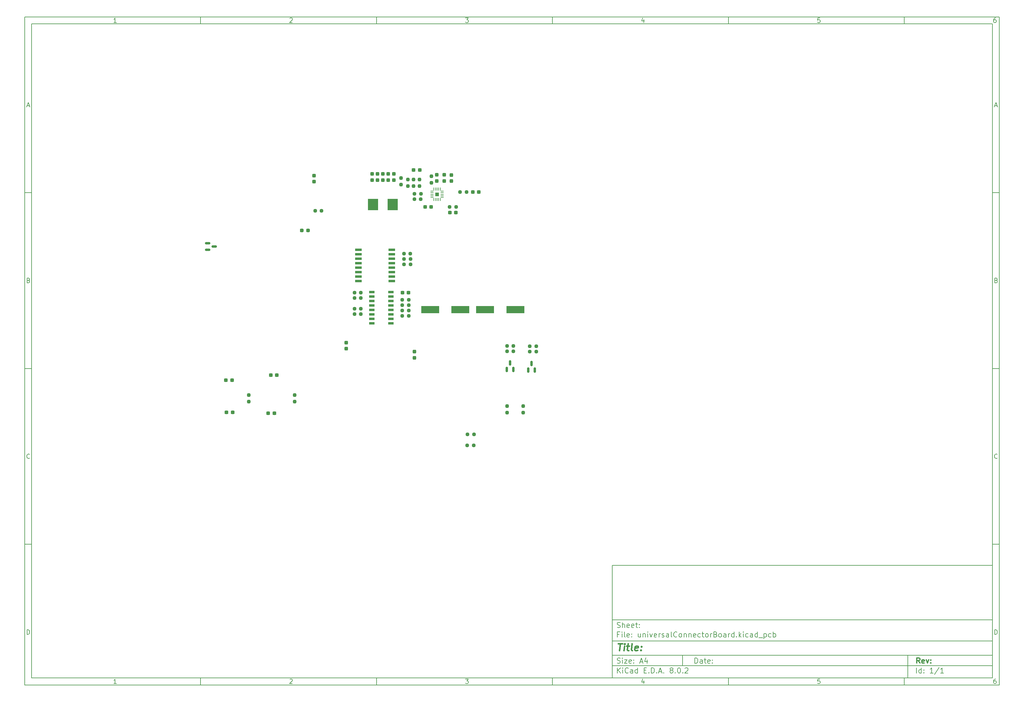
<source format=gtp>
G04 #@! TF.GenerationSoftware,KiCad,Pcbnew,8.0.2*
G04 #@! TF.CreationDate,2024-05-26T03:41:07+02:00*
G04 #@! TF.ProjectId,universalConnectorBoard,756e6976-6572-4736-916c-436f6e6e6563,rev?*
G04 #@! TF.SameCoordinates,Original*
G04 #@! TF.FileFunction,Paste,Top*
G04 #@! TF.FilePolarity,Positive*
%FSLAX46Y46*%
G04 Gerber Fmt 4.6, Leading zero omitted, Abs format (unit mm)*
G04 Created by KiCad (PCBNEW 8.0.2) date 2024-05-26 03:41:07*
%MOMM*%
%LPD*%
G01*
G04 APERTURE LIST*
G04 Aperture macros list*
%AMRoundRect*
0 Rectangle with rounded corners*
0 $1 Rounding radius*
0 $2 $3 $4 $5 $6 $7 $8 $9 X,Y pos of 4 corners*
0 Add a 4 corners polygon primitive as box body*
4,1,4,$2,$3,$4,$5,$6,$7,$8,$9,$2,$3,0*
0 Add four circle primitives for the rounded corners*
1,1,$1+$1,$2,$3*
1,1,$1+$1,$4,$5*
1,1,$1+$1,$6,$7*
1,1,$1+$1,$8,$9*
0 Add four rect primitives between the rounded corners*
20,1,$1+$1,$2,$3,$4,$5,0*
20,1,$1+$1,$4,$5,$6,$7,0*
20,1,$1+$1,$6,$7,$8,$9,0*
20,1,$1+$1,$8,$9,$2,$3,0*%
G04 Aperture macros list end*
%ADD10C,0.100000*%
%ADD11C,0.150000*%
%ADD12C,0.300000*%
%ADD13C,0.400000*%
%ADD14R,2.900000X3.200000*%
%ADD15RoundRect,0.237500X-0.237500X0.300000X-0.237500X-0.300000X0.237500X-0.300000X0.237500X0.300000X0*%
%ADD16RoundRect,0.237500X0.237500X-0.300000X0.237500X0.300000X-0.237500X0.300000X-0.237500X-0.300000X0*%
%ADD17RoundRect,0.237500X0.237500X-0.250000X0.237500X0.250000X-0.237500X0.250000X-0.237500X-0.250000X0*%
%ADD18RoundRect,0.237500X-0.250000X-0.237500X0.250000X-0.237500X0.250000X0.237500X-0.250000X0.237500X0*%
%ADD19R,5.100000X2.150000*%
%ADD20RoundRect,0.237500X0.300000X0.237500X-0.300000X0.237500X-0.300000X-0.237500X0.300000X-0.237500X0*%
%ADD21RoundRect,0.237500X0.250000X0.237500X-0.250000X0.237500X-0.250000X-0.237500X0.250000X-0.237500X0*%
%ADD22RoundRect,0.237500X-0.300000X-0.237500X0.300000X-0.237500X0.300000X0.237500X-0.300000X0.237500X0*%
%ADD23R,1.525000X0.650000*%
%ADD24RoundRect,0.237500X-0.287500X-0.237500X0.287500X-0.237500X0.287500X0.237500X-0.287500X0.237500X0*%
%ADD25RoundRect,0.237500X-0.237500X0.250000X-0.237500X-0.250000X0.237500X-0.250000X0.237500X0.250000X0*%
%ADD26RoundRect,0.150000X0.150000X-0.587500X0.150000X0.587500X-0.150000X0.587500X-0.150000X-0.587500X0*%
%ADD27RoundRect,0.150000X-0.587500X-0.150000X0.587500X-0.150000X0.587500X0.150000X-0.587500X0.150000X0*%
%ADD28R,1.950000X0.650000*%
%ADD29R,0.850000X0.250000*%
%ADD30R,0.250000X0.850000*%
%ADD31R,1.026000X1.075000*%
G04 APERTURE END LIST*
D10*
D11*
X177002200Y-166007200D02*
X285002200Y-166007200D01*
X285002200Y-198007200D01*
X177002200Y-198007200D01*
X177002200Y-166007200D01*
D10*
D11*
X10000000Y-10000000D02*
X287002200Y-10000000D01*
X287002200Y-200007200D01*
X10000000Y-200007200D01*
X10000000Y-10000000D01*
D10*
D11*
X12000000Y-12000000D02*
X285002200Y-12000000D01*
X285002200Y-198007200D01*
X12000000Y-198007200D01*
X12000000Y-12000000D01*
D10*
D11*
X60000000Y-12000000D02*
X60000000Y-10000000D01*
D10*
D11*
X110000000Y-12000000D02*
X110000000Y-10000000D01*
D10*
D11*
X160000000Y-12000000D02*
X160000000Y-10000000D01*
D10*
D11*
X210000000Y-12000000D02*
X210000000Y-10000000D01*
D10*
D11*
X260000000Y-12000000D02*
X260000000Y-10000000D01*
D10*
D11*
X36089160Y-11593604D02*
X35346303Y-11593604D01*
X35717731Y-11593604D02*
X35717731Y-10293604D01*
X35717731Y-10293604D02*
X35593922Y-10479319D01*
X35593922Y-10479319D02*
X35470112Y-10603128D01*
X35470112Y-10603128D02*
X35346303Y-10665033D01*
D10*
D11*
X85346303Y-10417414D02*
X85408207Y-10355509D01*
X85408207Y-10355509D02*
X85532017Y-10293604D01*
X85532017Y-10293604D02*
X85841541Y-10293604D01*
X85841541Y-10293604D02*
X85965350Y-10355509D01*
X85965350Y-10355509D02*
X86027255Y-10417414D01*
X86027255Y-10417414D02*
X86089160Y-10541223D01*
X86089160Y-10541223D02*
X86089160Y-10665033D01*
X86089160Y-10665033D02*
X86027255Y-10850747D01*
X86027255Y-10850747D02*
X85284398Y-11593604D01*
X85284398Y-11593604D02*
X86089160Y-11593604D01*
D10*
D11*
X135284398Y-10293604D02*
X136089160Y-10293604D01*
X136089160Y-10293604D02*
X135655826Y-10788842D01*
X135655826Y-10788842D02*
X135841541Y-10788842D01*
X135841541Y-10788842D02*
X135965350Y-10850747D01*
X135965350Y-10850747D02*
X136027255Y-10912652D01*
X136027255Y-10912652D02*
X136089160Y-11036461D01*
X136089160Y-11036461D02*
X136089160Y-11345985D01*
X136089160Y-11345985D02*
X136027255Y-11469795D01*
X136027255Y-11469795D02*
X135965350Y-11531700D01*
X135965350Y-11531700D02*
X135841541Y-11593604D01*
X135841541Y-11593604D02*
X135470112Y-11593604D01*
X135470112Y-11593604D02*
X135346303Y-11531700D01*
X135346303Y-11531700D02*
X135284398Y-11469795D01*
D10*
D11*
X185965350Y-10726938D02*
X185965350Y-11593604D01*
X185655826Y-10231700D02*
X185346303Y-11160271D01*
X185346303Y-11160271D02*
X186151064Y-11160271D01*
D10*
D11*
X236027255Y-10293604D02*
X235408207Y-10293604D01*
X235408207Y-10293604D02*
X235346303Y-10912652D01*
X235346303Y-10912652D02*
X235408207Y-10850747D01*
X235408207Y-10850747D02*
X235532017Y-10788842D01*
X235532017Y-10788842D02*
X235841541Y-10788842D01*
X235841541Y-10788842D02*
X235965350Y-10850747D01*
X235965350Y-10850747D02*
X236027255Y-10912652D01*
X236027255Y-10912652D02*
X236089160Y-11036461D01*
X236089160Y-11036461D02*
X236089160Y-11345985D01*
X236089160Y-11345985D02*
X236027255Y-11469795D01*
X236027255Y-11469795D02*
X235965350Y-11531700D01*
X235965350Y-11531700D02*
X235841541Y-11593604D01*
X235841541Y-11593604D02*
X235532017Y-11593604D01*
X235532017Y-11593604D02*
X235408207Y-11531700D01*
X235408207Y-11531700D02*
X235346303Y-11469795D01*
D10*
D11*
X285965350Y-10293604D02*
X285717731Y-10293604D01*
X285717731Y-10293604D02*
X285593922Y-10355509D01*
X285593922Y-10355509D02*
X285532017Y-10417414D01*
X285532017Y-10417414D02*
X285408207Y-10603128D01*
X285408207Y-10603128D02*
X285346303Y-10850747D01*
X285346303Y-10850747D02*
X285346303Y-11345985D01*
X285346303Y-11345985D02*
X285408207Y-11469795D01*
X285408207Y-11469795D02*
X285470112Y-11531700D01*
X285470112Y-11531700D02*
X285593922Y-11593604D01*
X285593922Y-11593604D02*
X285841541Y-11593604D01*
X285841541Y-11593604D02*
X285965350Y-11531700D01*
X285965350Y-11531700D02*
X286027255Y-11469795D01*
X286027255Y-11469795D02*
X286089160Y-11345985D01*
X286089160Y-11345985D02*
X286089160Y-11036461D01*
X286089160Y-11036461D02*
X286027255Y-10912652D01*
X286027255Y-10912652D02*
X285965350Y-10850747D01*
X285965350Y-10850747D02*
X285841541Y-10788842D01*
X285841541Y-10788842D02*
X285593922Y-10788842D01*
X285593922Y-10788842D02*
X285470112Y-10850747D01*
X285470112Y-10850747D02*
X285408207Y-10912652D01*
X285408207Y-10912652D02*
X285346303Y-11036461D01*
D10*
D11*
X60000000Y-198007200D02*
X60000000Y-200007200D01*
D10*
D11*
X110000000Y-198007200D02*
X110000000Y-200007200D01*
D10*
D11*
X160000000Y-198007200D02*
X160000000Y-200007200D01*
D10*
D11*
X210000000Y-198007200D02*
X210000000Y-200007200D01*
D10*
D11*
X260000000Y-198007200D02*
X260000000Y-200007200D01*
D10*
D11*
X36089160Y-199600804D02*
X35346303Y-199600804D01*
X35717731Y-199600804D02*
X35717731Y-198300804D01*
X35717731Y-198300804D02*
X35593922Y-198486519D01*
X35593922Y-198486519D02*
X35470112Y-198610328D01*
X35470112Y-198610328D02*
X35346303Y-198672233D01*
D10*
D11*
X85346303Y-198424614D02*
X85408207Y-198362709D01*
X85408207Y-198362709D02*
X85532017Y-198300804D01*
X85532017Y-198300804D02*
X85841541Y-198300804D01*
X85841541Y-198300804D02*
X85965350Y-198362709D01*
X85965350Y-198362709D02*
X86027255Y-198424614D01*
X86027255Y-198424614D02*
X86089160Y-198548423D01*
X86089160Y-198548423D02*
X86089160Y-198672233D01*
X86089160Y-198672233D02*
X86027255Y-198857947D01*
X86027255Y-198857947D02*
X85284398Y-199600804D01*
X85284398Y-199600804D02*
X86089160Y-199600804D01*
D10*
D11*
X135284398Y-198300804D02*
X136089160Y-198300804D01*
X136089160Y-198300804D02*
X135655826Y-198796042D01*
X135655826Y-198796042D02*
X135841541Y-198796042D01*
X135841541Y-198796042D02*
X135965350Y-198857947D01*
X135965350Y-198857947D02*
X136027255Y-198919852D01*
X136027255Y-198919852D02*
X136089160Y-199043661D01*
X136089160Y-199043661D02*
X136089160Y-199353185D01*
X136089160Y-199353185D02*
X136027255Y-199476995D01*
X136027255Y-199476995D02*
X135965350Y-199538900D01*
X135965350Y-199538900D02*
X135841541Y-199600804D01*
X135841541Y-199600804D02*
X135470112Y-199600804D01*
X135470112Y-199600804D02*
X135346303Y-199538900D01*
X135346303Y-199538900D02*
X135284398Y-199476995D01*
D10*
D11*
X185965350Y-198734138D02*
X185965350Y-199600804D01*
X185655826Y-198238900D02*
X185346303Y-199167471D01*
X185346303Y-199167471D02*
X186151064Y-199167471D01*
D10*
D11*
X236027255Y-198300804D02*
X235408207Y-198300804D01*
X235408207Y-198300804D02*
X235346303Y-198919852D01*
X235346303Y-198919852D02*
X235408207Y-198857947D01*
X235408207Y-198857947D02*
X235532017Y-198796042D01*
X235532017Y-198796042D02*
X235841541Y-198796042D01*
X235841541Y-198796042D02*
X235965350Y-198857947D01*
X235965350Y-198857947D02*
X236027255Y-198919852D01*
X236027255Y-198919852D02*
X236089160Y-199043661D01*
X236089160Y-199043661D02*
X236089160Y-199353185D01*
X236089160Y-199353185D02*
X236027255Y-199476995D01*
X236027255Y-199476995D02*
X235965350Y-199538900D01*
X235965350Y-199538900D02*
X235841541Y-199600804D01*
X235841541Y-199600804D02*
X235532017Y-199600804D01*
X235532017Y-199600804D02*
X235408207Y-199538900D01*
X235408207Y-199538900D02*
X235346303Y-199476995D01*
D10*
D11*
X285965350Y-198300804D02*
X285717731Y-198300804D01*
X285717731Y-198300804D02*
X285593922Y-198362709D01*
X285593922Y-198362709D02*
X285532017Y-198424614D01*
X285532017Y-198424614D02*
X285408207Y-198610328D01*
X285408207Y-198610328D02*
X285346303Y-198857947D01*
X285346303Y-198857947D02*
X285346303Y-199353185D01*
X285346303Y-199353185D02*
X285408207Y-199476995D01*
X285408207Y-199476995D02*
X285470112Y-199538900D01*
X285470112Y-199538900D02*
X285593922Y-199600804D01*
X285593922Y-199600804D02*
X285841541Y-199600804D01*
X285841541Y-199600804D02*
X285965350Y-199538900D01*
X285965350Y-199538900D02*
X286027255Y-199476995D01*
X286027255Y-199476995D02*
X286089160Y-199353185D01*
X286089160Y-199353185D02*
X286089160Y-199043661D01*
X286089160Y-199043661D02*
X286027255Y-198919852D01*
X286027255Y-198919852D02*
X285965350Y-198857947D01*
X285965350Y-198857947D02*
X285841541Y-198796042D01*
X285841541Y-198796042D02*
X285593922Y-198796042D01*
X285593922Y-198796042D02*
X285470112Y-198857947D01*
X285470112Y-198857947D02*
X285408207Y-198919852D01*
X285408207Y-198919852D02*
X285346303Y-199043661D01*
D10*
D11*
X10000000Y-60000000D02*
X12000000Y-60000000D01*
D10*
D11*
X10000000Y-110000000D02*
X12000000Y-110000000D01*
D10*
D11*
X10000000Y-160000000D02*
X12000000Y-160000000D01*
D10*
D11*
X10690476Y-35222176D02*
X11309523Y-35222176D01*
X10566666Y-35593604D02*
X10999999Y-34293604D01*
X10999999Y-34293604D02*
X11433333Y-35593604D01*
D10*
D11*
X11092857Y-84912652D02*
X11278571Y-84974557D01*
X11278571Y-84974557D02*
X11340476Y-85036461D01*
X11340476Y-85036461D02*
X11402380Y-85160271D01*
X11402380Y-85160271D02*
X11402380Y-85345985D01*
X11402380Y-85345985D02*
X11340476Y-85469795D01*
X11340476Y-85469795D02*
X11278571Y-85531700D01*
X11278571Y-85531700D02*
X11154761Y-85593604D01*
X11154761Y-85593604D02*
X10659523Y-85593604D01*
X10659523Y-85593604D02*
X10659523Y-84293604D01*
X10659523Y-84293604D02*
X11092857Y-84293604D01*
X11092857Y-84293604D02*
X11216666Y-84355509D01*
X11216666Y-84355509D02*
X11278571Y-84417414D01*
X11278571Y-84417414D02*
X11340476Y-84541223D01*
X11340476Y-84541223D02*
X11340476Y-84665033D01*
X11340476Y-84665033D02*
X11278571Y-84788842D01*
X11278571Y-84788842D02*
X11216666Y-84850747D01*
X11216666Y-84850747D02*
X11092857Y-84912652D01*
X11092857Y-84912652D02*
X10659523Y-84912652D01*
D10*
D11*
X11402380Y-135469795D02*
X11340476Y-135531700D01*
X11340476Y-135531700D02*
X11154761Y-135593604D01*
X11154761Y-135593604D02*
X11030952Y-135593604D01*
X11030952Y-135593604D02*
X10845238Y-135531700D01*
X10845238Y-135531700D02*
X10721428Y-135407890D01*
X10721428Y-135407890D02*
X10659523Y-135284080D01*
X10659523Y-135284080D02*
X10597619Y-135036461D01*
X10597619Y-135036461D02*
X10597619Y-134850747D01*
X10597619Y-134850747D02*
X10659523Y-134603128D01*
X10659523Y-134603128D02*
X10721428Y-134479319D01*
X10721428Y-134479319D02*
X10845238Y-134355509D01*
X10845238Y-134355509D02*
X11030952Y-134293604D01*
X11030952Y-134293604D02*
X11154761Y-134293604D01*
X11154761Y-134293604D02*
X11340476Y-134355509D01*
X11340476Y-134355509D02*
X11402380Y-134417414D01*
D10*
D11*
X10659523Y-185593604D02*
X10659523Y-184293604D01*
X10659523Y-184293604D02*
X10969047Y-184293604D01*
X10969047Y-184293604D02*
X11154761Y-184355509D01*
X11154761Y-184355509D02*
X11278571Y-184479319D01*
X11278571Y-184479319D02*
X11340476Y-184603128D01*
X11340476Y-184603128D02*
X11402380Y-184850747D01*
X11402380Y-184850747D02*
X11402380Y-185036461D01*
X11402380Y-185036461D02*
X11340476Y-185284080D01*
X11340476Y-185284080D02*
X11278571Y-185407890D01*
X11278571Y-185407890D02*
X11154761Y-185531700D01*
X11154761Y-185531700D02*
X10969047Y-185593604D01*
X10969047Y-185593604D02*
X10659523Y-185593604D01*
D10*
D11*
X287002200Y-60000000D02*
X285002200Y-60000000D01*
D10*
D11*
X287002200Y-110000000D02*
X285002200Y-110000000D01*
D10*
D11*
X287002200Y-160000000D02*
X285002200Y-160000000D01*
D10*
D11*
X285692676Y-35222176D02*
X286311723Y-35222176D01*
X285568866Y-35593604D02*
X286002199Y-34293604D01*
X286002199Y-34293604D02*
X286435533Y-35593604D01*
D10*
D11*
X286095057Y-84912652D02*
X286280771Y-84974557D01*
X286280771Y-84974557D02*
X286342676Y-85036461D01*
X286342676Y-85036461D02*
X286404580Y-85160271D01*
X286404580Y-85160271D02*
X286404580Y-85345985D01*
X286404580Y-85345985D02*
X286342676Y-85469795D01*
X286342676Y-85469795D02*
X286280771Y-85531700D01*
X286280771Y-85531700D02*
X286156961Y-85593604D01*
X286156961Y-85593604D02*
X285661723Y-85593604D01*
X285661723Y-85593604D02*
X285661723Y-84293604D01*
X285661723Y-84293604D02*
X286095057Y-84293604D01*
X286095057Y-84293604D02*
X286218866Y-84355509D01*
X286218866Y-84355509D02*
X286280771Y-84417414D01*
X286280771Y-84417414D02*
X286342676Y-84541223D01*
X286342676Y-84541223D02*
X286342676Y-84665033D01*
X286342676Y-84665033D02*
X286280771Y-84788842D01*
X286280771Y-84788842D02*
X286218866Y-84850747D01*
X286218866Y-84850747D02*
X286095057Y-84912652D01*
X286095057Y-84912652D02*
X285661723Y-84912652D01*
D10*
D11*
X286404580Y-135469795D02*
X286342676Y-135531700D01*
X286342676Y-135531700D02*
X286156961Y-135593604D01*
X286156961Y-135593604D02*
X286033152Y-135593604D01*
X286033152Y-135593604D02*
X285847438Y-135531700D01*
X285847438Y-135531700D02*
X285723628Y-135407890D01*
X285723628Y-135407890D02*
X285661723Y-135284080D01*
X285661723Y-135284080D02*
X285599819Y-135036461D01*
X285599819Y-135036461D02*
X285599819Y-134850747D01*
X285599819Y-134850747D02*
X285661723Y-134603128D01*
X285661723Y-134603128D02*
X285723628Y-134479319D01*
X285723628Y-134479319D02*
X285847438Y-134355509D01*
X285847438Y-134355509D02*
X286033152Y-134293604D01*
X286033152Y-134293604D02*
X286156961Y-134293604D01*
X286156961Y-134293604D02*
X286342676Y-134355509D01*
X286342676Y-134355509D02*
X286404580Y-134417414D01*
D10*
D11*
X285661723Y-185593604D02*
X285661723Y-184293604D01*
X285661723Y-184293604D02*
X285971247Y-184293604D01*
X285971247Y-184293604D02*
X286156961Y-184355509D01*
X286156961Y-184355509D02*
X286280771Y-184479319D01*
X286280771Y-184479319D02*
X286342676Y-184603128D01*
X286342676Y-184603128D02*
X286404580Y-184850747D01*
X286404580Y-184850747D02*
X286404580Y-185036461D01*
X286404580Y-185036461D02*
X286342676Y-185284080D01*
X286342676Y-185284080D02*
X286280771Y-185407890D01*
X286280771Y-185407890D02*
X286156961Y-185531700D01*
X286156961Y-185531700D02*
X285971247Y-185593604D01*
X285971247Y-185593604D02*
X285661723Y-185593604D01*
D10*
D11*
X200458026Y-193793328D02*
X200458026Y-192293328D01*
X200458026Y-192293328D02*
X200815169Y-192293328D01*
X200815169Y-192293328D02*
X201029455Y-192364757D01*
X201029455Y-192364757D02*
X201172312Y-192507614D01*
X201172312Y-192507614D02*
X201243741Y-192650471D01*
X201243741Y-192650471D02*
X201315169Y-192936185D01*
X201315169Y-192936185D02*
X201315169Y-193150471D01*
X201315169Y-193150471D02*
X201243741Y-193436185D01*
X201243741Y-193436185D02*
X201172312Y-193579042D01*
X201172312Y-193579042D02*
X201029455Y-193721900D01*
X201029455Y-193721900D02*
X200815169Y-193793328D01*
X200815169Y-193793328D02*
X200458026Y-193793328D01*
X202600884Y-193793328D02*
X202600884Y-193007614D01*
X202600884Y-193007614D02*
X202529455Y-192864757D01*
X202529455Y-192864757D02*
X202386598Y-192793328D01*
X202386598Y-192793328D02*
X202100884Y-192793328D01*
X202100884Y-192793328D02*
X201958026Y-192864757D01*
X202600884Y-193721900D02*
X202458026Y-193793328D01*
X202458026Y-193793328D02*
X202100884Y-193793328D01*
X202100884Y-193793328D02*
X201958026Y-193721900D01*
X201958026Y-193721900D02*
X201886598Y-193579042D01*
X201886598Y-193579042D02*
X201886598Y-193436185D01*
X201886598Y-193436185D02*
X201958026Y-193293328D01*
X201958026Y-193293328D02*
X202100884Y-193221900D01*
X202100884Y-193221900D02*
X202458026Y-193221900D01*
X202458026Y-193221900D02*
X202600884Y-193150471D01*
X203100884Y-192793328D02*
X203672312Y-192793328D01*
X203315169Y-192293328D02*
X203315169Y-193579042D01*
X203315169Y-193579042D02*
X203386598Y-193721900D01*
X203386598Y-193721900D02*
X203529455Y-193793328D01*
X203529455Y-193793328D02*
X203672312Y-193793328D01*
X204743741Y-193721900D02*
X204600884Y-193793328D01*
X204600884Y-193793328D02*
X204315170Y-193793328D01*
X204315170Y-193793328D02*
X204172312Y-193721900D01*
X204172312Y-193721900D02*
X204100884Y-193579042D01*
X204100884Y-193579042D02*
X204100884Y-193007614D01*
X204100884Y-193007614D02*
X204172312Y-192864757D01*
X204172312Y-192864757D02*
X204315170Y-192793328D01*
X204315170Y-192793328D02*
X204600884Y-192793328D01*
X204600884Y-192793328D02*
X204743741Y-192864757D01*
X204743741Y-192864757D02*
X204815170Y-193007614D01*
X204815170Y-193007614D02*
X204815170Y-193150471D01*
X204815170Y-193150471D02*
X204100884Y-193293328D01*
X205458026Y-193650471D02*
X205529455Y-193721900D01*
X205529455Y-193721900D02*
X205458026Y-193793328D01*
X205458026Y-193793328D02*
X205386598Y-193721900D01*
X205386598Y-193721900D02*
X205458026Y-193650471D01*
X205458026Y-193650471D02*
X205458026Y-193793328D01*
X205458026Y-192864757D02*
X205529455Y-192936185D01*
X205529455Y-192936185D02*
X205458026Y-193007614D01*
X205458026Y-193007614D02*
X205386598Y-192936185D01*
X205386598Y-192936185D02*
X205458026Y-192864757D01*
X205458026Y-192864757D02*
X205458026Y-193007614D01*
D10*
D11*
X177002200Y-194507200D02*
X285002200Y-194507200D01*
D10*
D11*
X178458026Y-196593328D02*
X178458026Y-195093328D01*
X179315169Y-196593328D02*
X178672312Y-195736185D01*
X179315169Y-195093328D02*
X178458026Y-195950471D01*
X179958026Y-196593328D02*
X179958026Y-195593328D01*
X179958026Y-195093328D02*
X179886598Y-195164757D01*
X179886598Y-195164757D02*
X179958026Y-195236185D01*
X179958026Y-195236185D02*
X180029455Y-195164757D01*
X180029455Y-195164757D02*
X179958026Y-195093328D01*
X179958026Y-195093328D02*
X179958026Y-195236185D01*
X181529455Y-196450471D02*
X181458027Y-196521900D01*
X181458027Y-196521900D02*
X181243741Y-196593328D01*
X181243741Y-196593328D02*
X181100884Y-196593328D01*
X181100884Y-196593328D02*
X180886598Y-196521900D01*
X180886598Y-196521900D02*
X180743741Y-196379042D01*
X180743741Y-196379042D02*
X180672312Y-196236185D01*
X180672312Y-196236185D02*
X180600884Y-195950471D01*
X180600884Y-195950471D02*
X180600884Y-195736185D01*
X180600884Y-195736185D02*
X180672312Y-195450471D01*
X180672312Y-195450471D02*
X180743741Y-195307614D01*
X180743741Y-195307614D02*
X180886598Y-195164757D01*
X180886598Y-195164757D02*
X181100884Y-195093328D01*
X181100884Y-195093328D02*
X181243741Y-195093328D01*
X181243741Y-195093328D02*
X181458027Y-195164757D01*
X181458027Y-195164757D02*
X181529455Y-195236185D01*
X182815170Y-196593328D02*
X182815170Y-195807614D01*
X182815170Y-195807614D02*
X182743741Y-195664757D01*
X182743741Y-195664757D02*
X182600884Y-195593328D01*
X182600884Y-195593328D02*
X182315170Y-195593328D01*
X182315170Y-195593328D02*
X182172312Y-195664757D01*
X182815170Y-196521900D02*
X182672312Y-196593328D01*
X182672312Y-196593328D02*
X182315170Y-196593328D01*
X182315170Y-196593328D02*
X182172312Y-196521900D01*
X182172312Y-196521900D02*
X182100884Y-196379042D01*
X182100884Y-196379042D02*
X182100884Y-196236185D01*
X182100884Y-196236185D02*
X182172312Y-196093328D01*
X182172312Y-196093328D02*
X182315170Y-196021900D01*
X182315170Y-196021900D02*
X182672312Y-196021900D01*
X182672312Y-196021900D02*
X182815170Y-195950471D01*
X184172313Y-196593328D02*
X184172313Y-195093328D01*
X184172313Y-196521900D02*
X184029455Y-196593328D01*
X184029455Y-196593328D02*
X183743741Y-196593328D01*
X183743741Y-196593328D02*
X183600884Y-196521900D01*
X183600884Y-196521900D02*
X183529455Y-196450471D01*
X183529455Y-196450471D02*
X183458027Y-196307614D01*
X183458027Y-196307614D02*
X183458027Y-195879042D01*
X183458027Y-195879042D02*
X183529455Y-195736185D01*
X183529455Y-195736185D02*
X183600884Y-195664757D01*
X183600884Y-195664757D02*
X183743741Y-195593328D01*
X183743741Y-195593328D02*
X184029455Y-195593328D01*
X184029455Y-195593328D02*
X184172313Y-195664757D01*
X186029455Y-195807614D02*
X186529455Y-195807614D01*
X186743741Y-196593328D02*
X186029455Y-196593328D01*
X186029455Y-196593328D02*
X186029455Y-195093328D01*
X186029455Y-195093328D02*
X186743741Y-195093328D01*
X187386598Y-196450471D02*
X187458027Y-196521900D01*
X187458027Y-196521900D02*
X187386598Y-196593328D01*
X187386598Y-196593328D02*
X187315170Y-196521900D01*
X187315170Y-196521900D02*
X187386598Y-196450471D01*
X187386598Y-196450471D02*
X187386598Y-196593328D01*
X188100884Y-196593328D02*
X188100884Y-195093328D01*
X188100884Y-195093328D02*
X188458027Y-195093328D01*
X188458027Y-195093328D02*
X188672313Y-195164757D01*
X188672313Y-195164757D02*
X188815170Y-195307614D01*
X188815170Y-195307614D02*
X188886599Y-195450471D01*
X188886599Y-195450471D02*
X188958027Y-195736185D01*
X188958027Y-195736185D02*
X188958027Y-195950471D01*
X188958027Y-195950471D02*
X188886599Y-196236185D01*
X188886599Y-196236185D02*
X188815170Y-196379042D01*
X188815170Y-196379042D02*
X188672313Y-196521900D01*
X188672313Y-196521900D02*
X188458027Y-196593328D01*
X188458027Y-196593328D02*
X188100884Y-196593328D01*
X189600884Y-196450471D02*
X189672313Y-196521900D01*
X189672313Y-196521900D02*
X189600884Y-196593328D01*
X189600884Y-196593328D02*
X189529456Y-196521900D01*
X189529456Y-196521900D02*
X189600884Y-196450471D01*
X189600884Y-196450471D02*
X189600884Y-196593328D01*
X190243742Y-196164757D02*
X190958028Y-196164757D01*
X190100885Y-196593328D02*
X190600885Y-195093328D01*
X190600885Y-195093328D02*
X191100885Y-196593328D01*
X191600884Y-196450471D02*
X191672313Y-196521900D01*
X191672313Y-196521900D02*
X191600884Y-196593328D01*
X191600884Y-196593328D02*
X191529456Y-196521900D01*
X191529456Y-196521900D02*
X191600884Y-196450471D01*
X191600884Y-196450471D02*
X191600884Y-196593328D01*
X193672313Y-195736185D02*
X193529456Y-195664757D01*
X193529456Y-195664757D02*
X193458027Y-195593328D01*
X193458027Y-195593328D02*
X193386599Y-195450471D01*
X193386599Y-195450471D02*
X193386599Y-195379042D01*
X193386599Y-195379042D02*
X193458027Y-195236185D01*
X193458027Y-195236185D02*
X193529456Y-195164757D01*
X193529456Y-195164757D02*
X193672313Y-195093328D01*
X193672313Y-195093328D02*
X193958027Y-195093328D01*
X193958027Y-195093328D02*
X194100885Y-195164757D01*
X194100885Y-195164757D02*
X194172313Y-195236185D01*
X194172313Y-195236185D02*
X194243742Y-195379042D01*
X194243742Y-195379042D02*
X194243742Y-195450471D01*
X194243742Y-195450471D02*
X194172313Y-195593328D01*
X194172313Y-195593328D02*
X194100885Y-195664757D01*
X194100885Y-195664757D02*
X193958027Y-195736185D01*
X193958027Y-195736185D02*
X193672313Y-195736185D01*
X193672313Y-195736185D02*
X193529456Y-195807614D01*
X193529456Y-195807614D02*
X193458027Y-195879042D01*
X193458027Y-195879042D02*
X193386599Y-196021900D01*
X193386599Y-196021900D02*
X193386599Y-196307614D01*
X193386599Y-196307614D02*
X193458027Y-196450471D01*
X193458027Y-196450471D02*
X193529456Y-196521900D01*
X193529456Y-196521900D02*
X193672313Y-196593328D01*
X193672313Y-196593328D02*
X193958027Y-196593328D01*
X193958027Y-196593328D02*
X194100885Y-196521900D01*
X194100885Y-196521900D02*
X194172313Y-196450471D01*
X194172313Y-196450471D02*
X194243742Y-196307614D01*
X194243742Y-196307614D02*
X194243742Y-196021900D01*
X194243742Y-196021900D02*
X194172313Y-195879042D01*
X194172313Y-195879042D02*
X194100885Y-195807614D01*
X194100885Y-195807614D02*
X193958027Y-195736185D01*
X194886598Y-196450471D02*
X194958027Y-196521900D01*
X194958027Y-196521900D02*
X194886598Y-196593328D01*
X194886598Y-196593328D02*
X194815170Y-196521900D01*
X194815170Y-196521900D02*
X194886598Y-196450471D01*
X194886598Y-196450471D02*
X194886598Y-196593328D01*
X195886599Y-195093328D02*
X196029456Y-195093328D01*
X196029456Y-195093328D02*
X196172313Y-195164757D01*
X196172313Y-195164757D02*
X196243742Y-195236185D01*
X196243742Y-195236185D02*
X196315170Y-195379042D01*
X196315170Y-195379042D02*
X196386599Y-195664757D01*
X196386599Y-195664757D02*
X196386599Y-196021900D01*
X196386599Y-196021900D02*
X196315170Y-196307614D01*
X196315170Y-196307614D02*
X196243742Y-196450471D01*
X196243742Y-196450471D02*
X196172313Y-196521900D01*
X196172313Y-196521900D02*
X196029456Y-196593328D01*
X196029456Y-196593328D02*
X195886599Y-196593328D01*
X195886599Y-196593328D02*
X195743742Y-196521900D01*
X195743742Y-196521900D02*
X195672313Y-196450471D01*
X195672313Y-196450471D02*
X195600884Y-196307614D01*
X195600884Y-196307614D02*
X195529456Y-196021900D01*
X195529456Y-196021900D02*
X195529456Y-195664757D01*
X195529456Y-195664757D02*
X195600884Y-195379042D01*
X195600884Y-195379042D02*
X195672313Y-195236185D01*
X195672313Y-195236185D02*
X195743742Y-195164757D01*
X195743742Y-195164757D02*
X195886599Y-195093328D01*
X197029455Y-196450471D02*
X197100884Y-196521900D01*
X197100884Y-196521900D02*
X197029455Y-196593328D01*
X197029455Y-196593328D02*
X196958027Y-196521900D01*
X196958027Y-196521900D02*
X197029455Y-196450471D01*
X197029455Y-196450471D02*
X197029455Y-196593328D01*
X197672313Y-195236185D02*
X197743741Y-195164757D01*
X197743741Y-195164757D02*
X197886599Y-195093328D01*
X197886599Y-195093328D02*
X198243741Y-195093328D01*
X198243741Y-195093328D02*
X198386599Y-195164757D01*
X198386599Y-195164757D02*
X198458027Y-195236185D01*
X198458027Y-195236185D02*
X198529456Y-195379042D01*
X198529456Y-195379042D02*
X198529456Y-195521900D01*
X198529456Y-195521900D02*
X198458027Y-195736185D01*
X198458027Y-195736185D02*
X197600884Y-196593328D01*
X197600884Y-196593328D02*
X198529456Y-196593328D01*
D10*
D11*
X177002200Y-191507200D02*
X285002200Y-191507200D01*
D10*
D12*
X264413853Y-193785528D02*
X263913853Y-193071242D01*
X263556710Y-193785528D02*
X263556710Y-192285528D01*
X263556710Y-192285528D02*
X264128139Y-192285528D01*
X264128139Y-192285528D02*
X264270996Y-192356957D01*
X264270996Y-192356957D02*
X264342425Y-192428385D01*
X264342425Y-192428385D02*
X264413853Y-192571242D01*
X264413853Y-192571242D02*
X264413853Y-192785528D01*
X264413853Y-192785528D02*
X264342425Y-192928385D01*
X264342425Y-192928385D02*
X264270996Y-192999814D01*
X264270996Y-192999814D02*
X264128139Y-193071242D01*
X264128139Y-193071242D02*
X263556710Y-193071242D01*
X265628139Y-193714100D02*
X265485282Y-193785528D01*
X265485282Y-193785528D02*
X265199568Y-193785528D01*
X265199568Y-193785528D02*
X265056710Y-193714100D01*
X265056710Y-193714100D02*
X264985282Y-193571242D01*
X264985282Y-193571242D02*
X264985282Y-192999814D01*
X264985282Y-192999814D02*
X265056710Y-192856957D01*
X265056710Y-192856957D02*
X265199568Y-192785528D01*
X265199568Y-192785528D02*
X265485282Y-192785528D01*
X265485282Y-192785528D02*
X265628139Y-192856957D01*
X265628139Y-192856957D02*
X265699568Y-192999814D01*
X265699568Y-192999814D02*
X265699568Y-193142671D01*
X265699568Y-193142671D02*
X264985282Y-193285528D01*
X266199567Y-192785528D02*
X266556710Y-193785528D01*
X266556710Y-193785528D02*
X266913853Y-192785528D01*
X267485281Y-193642671D02*
X267556710Y-193714100D01*
X267556710Y-193714100D02*
X267485281Y-193785528D01*
X267485281Y-193785528D02*
X267413853Y-193714100D01*
X267413853Y-193714100D02*
X267485281Y-193642671D01*
X267485281Y-193642671D02*
X267485281Y-193785528D01*
X267485281Y-192856957D02*
X267556710Y-192928385D01*
X267556710Y-192928385D02*
X267485281Y-192999814D01*
X267485281Y-192999814D02*
X267413853Y-192928385D01*
X267413853Y-192928385D02*
X267485281Y-192856957D01*
X267485281Y-192856957D02*
X267485281Y-192999814D01*
D10*
D11*
X178386598Y-193721900D02*
X178600884Y-193793328D01*
X178600884Y-193793328D02*
X178958026Y-193793328D01*
X178958026Y-193793328D02*
X179100884Y-193721900D01*
X179100884Y-193721900D02*
X179172312Y-193650471D01*
X179172312Y-193650471D02*
X179243741Y-193507614D01*
X179243741Y-193507614D02*
X179243741Y-193364757D01*
X179243741Y-193364757D02*
X179172312Y-193221900D01*
X179172312Y-193221900D02*
X179100884Y-193150471D01*
X179100884Y-193150471D02*
X178958026Y-193079042D01*
X178958026Y-193079042D02*
X178672312Y-193007614D01*
X178672312Y-193007614D02*
X178529455Y-192936185D01*
X178529455Y-192936185D02*
X178458026Y-192864757D01*
X178458026Y-192864757D02*
X178386598Y-192721900D01*
X178386598Y-192721900D02*
X178386598Y-192579042D01*
X178386598Y-192579042D02*
X178458026Y-192436185D01*
X178458026Y-192436185D02*
X178529455Y-192364757D01*
X178529455Y-192364757D02*
X178672312Y-192293328D01*
X178672312Y-192293328D02*
X179029455Y-192293328D01*
X179029455Y-192293328D02*
X179243741Y-192364757D01*
X179886597Y-193793328D02*
X179886597Y-192793328D01*
X179886597Y-192293328D02*
X179815169Y-192364757D01*
X179815169Y-192364757D02*
X179886597Y-192436185D01*
X179886597Y-192436185D02*
X179958026Y-192364757D01*
X179958026Y-192364757D02*
X179886597Y-192293328D01*
X179886597Y-192293328D02*
X179886597Y-192436185D01*
X180458026Y-192793328D02*
X181243741Y-192793328D01*
X181243741Y-192793328D02*
X180458026Y-193793328D01*
X180458026Y-193793328D02*
X181243741Y-193793328D01*
X182386598Y-193721900D02*
X182243741Y-193793328D01*
X182243741Y-193793328D02*
X181958027Y-193793328D01*
X181958027Y-193793328D02*
X181815169Y-193721900D01*
X181815169Y-193721900D02*
X181743741Y-193579042D01*
X181743741Y-193579042D02*
X181743741Y-193007614D01*
X181743741Y-193007614D02*
X181815169Y-192864757D01*
X181815169Y-192864757D02*
X181958027Y-192793328D01*
X181958027Y-192793328D02*
X182243741Y-192793328D01*
X182243741Y-192793328D02*
X182386598Y-192864757D01*
X182386598Y-192864757D02*
X182458027Y-193007614D01*
X182458027Y-193007614D02*
X182458027Y-193150471D01*
X182458027Y-193150471D02*
X181743741Y-193293328D01*
X183100883Y-193650471D02*
X183172312Y-193721900D01*
X183172312Y-193721900D02*
X183100883Y-193793328D01*
X183100883Y-193793328D02*
X183029455Y-193721900D01*
X183029455Y-193721900D02*
X183100883Y-193650471D01*
X183100883Y-193650471D02*
X183100883Y-193793328D01*
X183100883Y-192864757D02*
X183172312Y-192936185D01*
X183172312Y-192936185D02*
X183100883Y-193007614D01*
X183100883Y-193007614D02*
X183029455Y-192936185D01*
X183029455Y-192936185D02*
X183100883Y-192864757D01*
X183100883Y-192864757D02*
X183100883Y-193007614D01*
X184886598Y-193364757D02*
X185600884Y-193364757D01*
X184743741Y-193793328D02*
X185243741Y-192293328D01*
X185243741Y-192293328D02*
X185743741Y-193793328D01*
X186886598Y-192793328D02*
X186886598Y-193793328D01*
X186529455Y-192221900D02*
X186172312Y-193293328D01*
X186172312Y-193293328D02*
X187100883Y-193293328D01*
D10*
D11*
X263458026Y-196593328D02*
X263458026Y-195093328D01*
X264815170Y-196593328D02*
X264815170Y-195093328D01*
X264815170Y-196521900D02*
X264672312Y-196593328D01*
X264672312Y-196593328D02*
X264386598Y-196593328D01*
X264386598Y-196593328D02*
X264243741Y-196521900D01*
X264243741Y-196521900D02*
X264172312Y-196450471D01*
X264172312Y-196450471D02*
X264100884Y-196307614D01*
X264100884Y-196307614D02*
X264100884Y-195879042D01*
X264100884Y-195879042D02*
X264172312Y-195736185D01*
X264172312Y-195736185D02*
X264243741Y-195664757D01*
X264243741Y-195664757D02*
X264386598Y-195593328D01*
X264386598Y-195593328D02*
X264672312Y-195593328D01*
X264672312Y-195593328D02*
X264815170Y-195664757D01*
X265529455Y-196450471D02*
X265600884Y-196521900D01*
X265600884Y-196521900D02*
X265529455Y-196593328D01*
X265529455Y-196593328D02*
X265458027Y-196521900D01*
X265458027Y-196521900D02*
X265529455Y-196450471D01*
X265529455Y-196450471D02*
X265529455Y-196593328D01*
X265529455Y-195664757D02*
X265600884Y-195736185D01*
X265600884Y-195736185D02*
X265529455Y-195807614D01*
X265529455Y-195807614D02*
X265458027Y-195736185D01*
X265458027Y-195736185D02*
X265529455Y-195664757D01*
X265529455Y-195664757D02*
X265529455Y-195807614D01*
X268172313Y-196593328D02*
X267315170Y-196593328D01*
X267743741Y-196593328D02*
X267743741Y-195093328D01*
X267743741Y-195093328D02*
X267600884Y-195307614D01*
X267600884Y-195307614D02*
X267458027Y-195450471D01*
X267458027Y-195450471D02*
X267315170Y-195521900D01*
X269886598Y-195021900D02*
X268600884Y-196950471D01*
X271172313Y-196593328D02*
X270315170Y-196593328D01*
X270743741Y-196593328D02*
X270743741Y-195093328D01*
X270743741Y-195093328D02*
X270600884Y-195307614D01*
X270600884Y-195307614D02*
X270458027Y-195450471D01*
X270458027Y-195450471D02*
X270315170Y-195521900D01*
D10*
D11*
X177002200Y-187507200D02*
X285002200Y-187507200D01*
D10*
D13*
X178693928Y-188211638D02*
X179836785Y-188211638D01*
X179015357Y-190211638D02*
X179265357Y-188211638D01*
X180253452Y-190211638D02*
X180420119Y-188878304D01*
X180503452Y-188211638D02*
X180396309Y-188306876D01*
X180396309Y-188306876D02*
X180479643Y-188402114D01*
X180479643Y-188402114D02*
X180586786Y-188306876D01*
X180586786Y-188306876D02*
X180503452Y-188211638D01*
X180503452Y-188211638D02*
X180479643Y-188402114D01*
X181086786Y-188878304D02*
X181848690Y-188878304D01*
X181455833Y-188211638D02*
X181241548Y-189925923D01*
X181241548Y-189925923D02*
X181312976Y-190116400D01*
X181312976Y-190116400D02*
X181491548Y-190211638D01*
X181491548Y-190211638D02*
X181682024Y-190211638D01*
X182634405Y-190211638D02*
X182455833Y-190116400D01*
X182455833Y-190116400D02*
X182384405Y-189925923D01*
X182384405Y-189925923D02*
X182598690Y-188211638D01*
X184170119Y-190116400D02*
X183967738Y-190211638D01*
X183967738Y-190211638D02*
X183586785Y-190211638D01*
X183586785Y-190211638D02*
X183408214Y-190116400D01*
X183408214Y-190116400D02*
X183336785Y-189925923D01*
X183336785Y-189925923D02*
X183432024Y-189164019D01*
X183432024Y-189164019D02*
X183551071Y-188973542D01*
X183551071Y-188973542D02*
X183753452Y-188878304D01*
X183753452Y-188878304D02*
X184134404Y-188878304D01*
X184134404Y-188878304D02*
X184312976Y-188973542D01*
X184312976Y-188973542D02*
X184384404Y-189164019D01*
X184384404Y-189164019D02*
X184360595Y-189354495D01*
X184360595Y-189354495D02*
X183384404Y-189544971D01*
X185134405Y-190021161D02*
X185217738Y-190116400D01*
X185217738Y-190116400D02*
X185110595Y-190211638D01*
X185110595Y-190211638D02*
X185027262Y-190116400D01*
X185027262Y-190116400D02*
X185134405Y-190021161D01*
X185134405Y-190021161D02*
X185110595Y-190211638D01*
X185265357Y-188973542D02*
X185348690Y-189068780D01*
X185348690Y-189068780D02*
X185241548Y-189164019D01*
X185241548Y-189164019D02*
X185158214Y-189068780D01*
X185158214Y-189068780D02*
X185265357Y-188973542D01*
X185265357Y-188973542D02*
X185241548Y-189164019D01*
D10*
D11*
X178958026Y-185607614D02*
X178458026Y-185607614D01*
X178458026Y-186393328D02*
X178458026Y-184893328D01*
X178458026Y-184893328D02*
X179172312Y-184893328D01*
X179743740Y-186393328D02*
X179743740Y-185393328D01*
X179743740Y-184893328D02*
X179672312Y-184964757D01*
X179672312Y-184964757D02*
X179743740Y-185036185D01*
X179743740Y-185036185D02*
X179815169Y-184964757D01*
X179815169Y-184964757D02*
X179743740Y-184893328D01*
X179743740Y-184893328D02*
X179743740Y-185036185D01*
X180672312Y-186393328D02*
X180529455Y-186321900D01*
X180529455Y-186321900D02*
X180458026Y-186179042D01*
X180458026Y-186179042D02*
X180458026Y-184893328D01*
X181815169Y-186321900D02*
X181672312Y-186393328D01*
X181672312Y-186393328D02*
X181386598Y-186393328D01*
X181386598Y-186393328D02*
X181243740Y-186321900D01*
X181243740Y-186321900D02*
X181172312Y-186179042D01*
X181172312Y-186179042D02*
X181172312Y-185607614D01*
X181172312Y-185607614D02*
X181243740Y-185464757D01*
X181243740Y-185464757D02*
X181386598Y-185393328D01*
X181386598Y-185393328D02*
X181672312Y-185393328D01*
X181672312Y-185393328D02*
X181815169Y-185464757D01*
X181815169Y-185464757D02*
X181886598Y-185607614D01*
X181886598Y-185607614D02*
X181886598Y-185750471D01*
X181886598Y-185750471D02*
X181172312Y-185893328D01*
X182529454Y-186250471D02*
X182600883Y-186321900D01*
X182600883Y-186321900D02*
X182529454Y-186393328D01*
X182529454Y-186393328D02*
X182458026Y-186321900D01*
X182458026Y-186321900D02*
X182529454Y-186250471D01*
X182529454Y-186250471D02*
X182529454Y-186393328D01*
X182529454Y-185464757D02*
X182600883Y-185536185D01*
X182600883Y-185536185D02*
X182529454Y-185607614D01*
X182529454Y-185607614D02*
X182458026Y-185536185D01*
X182458026Y-185536185D02*
X182529454Y-185464757D01*
X182529454Y-185464757D02*
X182529454Y-185607614D01*
X185029455Y-185393328D02*
X185029455Y-186393328D01*
X184386597Y-185393328D02*
X184386597Y-186179042D01*
X184386597Y-186179042D02*
X184458026Y-186321900D01*
X184458026Y-186321900D02*
X184600883Y-186393328D01*
X184600883Y-186393328D02*
X184815169Y-186393328D01*
X184815169Y-186393328D02*
X184958026Y-186321900D01*
X184958026Y-186321900D02*
X185029455Y-186250471D01*
X185743740Y-185393328D02*
X185743740Y-186393328D01*
X185743740Y-185536185D02*
X185815169Y-185464757D01*
X185815169Y-185464757D02*
X185958026Y-185393328D01*
X185958026Y-185393328D02*
X186172312Y-185393328D01*
X186172312Y-185393328D02*
X186315169Y-185464757D01*
X186315169Y-185464757D02*
X186386598Y-185607614D01*
X186386598Y-185607614D02*
X186386598Y-186393328D01*
X187100883Y-186393328D02*
X187100883Y-185393328D01*
X187100883Y-184893328D02*
X187029455Y-184964757D01*
X187029455Y-184964757D02*
X187100883Y-185036185D01*
X187100883Y-185036185D02*
X187172312Y-184964757D01*
X187172312Y-184964757D02*
X187100883Y-184893328D01*
X187100883Y-184893328D02*
X187100883Y-185036185D01*
X187672312Y-185393328D02*
X188029455Y-186393328D01*
X188029455Y-186393328D02*
X188386598Y-185393328D01*
X189529455Y-186321900D02*
X189386598Y-186393328D01*
X189386598Y-186393328D02*
X189100884Y-186393328D01*
X189100884Y-186393328D02*
X188958026Y-186321900D01*
X188958026Y-186321900D02*
X188886598Y-186179042D01*
X188886598Y-186179042D02*
X188886598Y-185607614D01*
X188886598Y-185607614D02*
X188958026Y-185464757D01*
X188958026Y-185464757D02*
X189100884Y-185393328D01*
X189100884Y-185393328D02*
X189386598Y-185393328D01*
X189386598Y-185393328D02*
X189529455Y-185464757D01*
X189529455Y-185464757D02*
X189600884Y-185607614D01*
X189600884Y-185607614D02*
X189600884Y-185750471D01*
X189600884Y-185750471D02*
X188886598Y-185893328D01*
X190243740Y-186393328D02*
X190243740Y-185393328D01*
X190243740Y-185679042D02*
X190315169Y-185536185D01*
X190315169Y-185536185D02*
X190386598Y-185464757D01*
X190386598Y-185464757D02*
X190529455Y-185393328D01*
X190529455Y-185393328D02*
X190672312Y-185393328D01*
X191100883Y-186321900D02*
X191243740Y-186393328D01*
X191243740Y-186393328D02*
X191529454Y-186393328D01*
X191529454Y-186393328D02*
X191672311Y-186321900D01*
X191672311Y-186321900D02*
X191743740Y-186179042D01*
X191743740Y-186179042D02*
X191743740Y-186107614D01*
X191743740Y-186107614D02*
X191672311Y-185964757D01*
X191672311Y-185964757D02*
X191529454Y-185893328D01*
X191529454Y-185893328D02*
X191315169Y-185893328D01*
X191315169Y-185893328D02*
X191172311Y-185821900D01*
X191172311Y-185821900D02*
X191100883Y-185679042D01*
X191100883Y-185679042D02*
X191100883Y-185607614D01*
X191100883Y-185607614D02*
X191172311Y-185464757D01*
X191172311Y-185464757D02*
X191315169Y-185393328D01*
X191315169Y-185393328D02*
X191529454Y-185393328D01*
X191529454Y-185393328D02*
X191672311Y-185464757D01*
X193029455Y-186393328D02*
X193029455Y-185607614D01*
X193029455Y-185607614D02*
X192958026Y-185464757D01*
X192958026Y-185464757D02*
X192815169Y-185393328D01*
X192815169Y-185393328D02*
X192529455Y-185393328D01*
X192529455Y-185393328D02*
X192386597Y-185464757D01*
X193029455Y-186321900D02*
X192886597Y-186393328D01*
X192886597Y-186393328D02*
X192529455Y-186393328D01*
X192529455Y-186393328D02*
X192386597Y-186321900D01*
X192386597Y-186321900D02*
X192315169Y-186179042D01*
X192315169Y-186179042D02*
X192315169Y-186036185D01*
X192315169Y-186036185D02*
X192386597Y-185893328D01*
X192386597Y-185893328D02*
X192529455Y-185821900D01*
X192529455Y-185821900D02*
X192886597Y-185821900D01*
X192886597Y-185821900D02*
X193029455Y-185750471D01*
X193958026Y-186393328D02*
X193815169Y-186321900D01*
X193815169Y-186321900D02*
X193743740Y-186179042D01*
X193743740Y-186179042D02*
X193743740Y-184893328D01*
X195386597Y-186250471D02*
X195315169Y-186321900D01*
X195315169Y-186321900D02*
X195100883Y-186393328D01*
X195100883Y-186393328D02*
X194958026Y-186393328D01*
X194958026Y-186393328D02*
X194743740Y-186321900D01*
X194743740Y-186321900D02*
X194600883Y-186179042D01*
X194600883Y-186179042D02*
X194529454Y-186036185D01*
X194529454Y-186036185D02*
X194458026Y-185750471D01*
X194458026Y-185750471D02*
X194458026Y-185536185D01*
X194458026Y-185536185D02*
X194529454Y-185250471D01*
X194529454Y-185250471D02*
X194600883Y-185107614D01*
X194600883Y-185107614D02*
X194743740Y-184964757D01*
X194743740Y-184964757D02*
X194958026Y-184893328D01*
X194958026Y-184893328D02*
X195100883Y-184893328D01*
X195100883Y-184893328D02*
X195315169Y-184964757D01*
X195315169Y-184964757D02*
X195386597Y-185036185D01*
X196243740Y-186393328D02*
X196100883Y-186321900D01*
X196100883Y-186321900D02*
X196029454Y-186250471D01*
X196029454Y-186250471D02*
X195958026Y-186107614D01*
X195958026Y-186107614D02*
X195958026Y-185679042D01*
X195958026Y-185679042D02*
X196029454Y-185536185D01*
X196029454Y-185536185D02*
X196100883Y-185464757D01*
X196100883Y-185464757D02*
X196243740Y-185393328D01*
X196243740Y-185393328D02*
X196458026Y-185393328D01*
X196458026Y-185393328D02*
X196600883Y-185464757D01*
X196600883Y-185464757D02*
X196672312Y-185536185D01*
X196672312Y-185536185D02*
X196743740Y-185679042D01*
X196743740Y-185679042D02*
X196743740Y-186107614D01*
X196743740Y-186107614D02*
X196672312Y-186250471D01*
X196672312Y-186250471D02*
X196600883Y-186321900D01*
X196600883Y-186321900D02*
X196458026Y-186393328D01*
X196458026Y-186393328D02*
X196243740Y-186393328D01*
X197386597Y-185393328D02*
X197386597Y-186393328D01*
X197386597Y-185536185D02*
X197458026Y-185464757D01*
X197458026Y-185464757D02*
X197600883Y-185393328D01*
X197600883Y-185393328D02*
X197815169Y-185393328D01*
X197815169Y-185393328D02*
X197958026Y-185464757D01*
X197958026Y-185464757D02*
X198029455Y-185607614D01*
X198029455Y-185607614D02*
X198029455Y-186393328D01*
X198743740Y-185393328D02*
X198743740Y-186393328D01*
X198743740Y-185536185D02*
X198815169Y-185464757D01*
X198815169Y-185464757D02*
X198958026Y-185393328D01*
X198958026Y-185393328D02*
X199172312Y-185393328D01*
X199172312Y-185393328D02*
X199315169Y-185464757D01*
X199315169Y-185464757D02*
X199386598Y-185607614D01*
X199386598Y-185607614D02*
X199386598Y-186393328D01*
X200672312Y-186321900D02*
X200529455Y-186393328D01*
X200529455Y-186393328D02*
X200243741Y-186393328D01*
X200243741Y-186393328D02*
X200100883Y-186321900D01*
X200100883Y-186321900D02*
X200029455Y-186179042D01*
X200029455Y-186179042D02*
X200029455Y-185607614D01*
X200029455Y-185607614D02*
X200100883Y-185464757D01*
X200100883Y-185464757D02*
X200243741Y-185393328D01*
X200243741Y-185393328D02*
X200529455Y-185393328D01*
X200529455Y-185393328D02*
X200672312Y-185464757D01*
X200672312Y-185464757D02*
X200743741Y-185607614D01*
X200743741Y-185607614D02*
X200743741Y-185750471D01*
X200743741Y-185750471D02*
X200029455Y-185893328D01*
X202029455Y-186321900D02*
X201886597Y-186393328D01*
X201886597Y-186393328D02*
X201600883Y-186393328D01*
X201600883Y-186393328D02*
X201458026Y-186321900D01*
X201458026Y-186321900D02*
X201386597Y-186250471D01*
X201386597Y-186250471D02*
X201315169Y-186107614D01*
X201315169Y-186107614D02*
X201315169Y-185679042D01*
X201315169Y-185679042D02*
X201386597Y-185536185D01*
X201386597Y-185536185D02*
X201458026Y-185464757D01*
X201458026Y-185464757D02*
X201600883Y-185393328D01*
X201600883Y-185393328D02*
X201886597Y-185393328D01*
X201886597Y-185393328D02*
X202029455Y-185464757D01*
X202458026Y-185393328D02*
X203029454Y-185393328D01*
X202672311Y-184893328D02*
X202672311Y-186179042D01*
X202672311Y-186179042D02*
X202743740Y-186321900D01*
X202743740Y-186321900D02*
X202886597Y-186393328D01*
X202886597Y-186393328D02*
X203029454Y-186393328D01*
X203743740Y-186393328D02*
X203600883Y-186321900D01*
X203600883Y-186321900D02*
X203529454Y-186250471D01*
X203529454Y-186250471D02*
X203458026Y-186107614D01*
X203458026Y-186107614D02*
X203458026Y-185679042D01*
X203458026Y-185679042D02*
X203529454Y-185536185D01*
X203529454Y-185536185D02*
X203600883Y-185464757D01*
X203600883Y-185464757D02*
X203743740Y-185393328D01*
X203743740Y-185393328D02*
X203958026Y-185393328D01*
X203958026Y-185393328D02*
X204100883Y-185464757D01*
X204100883Y-185464757D02*
X204172312Y-185536185D01*
X204172312Y-185536185D02*
X204243740Y-185679042D01*
X204243740Y-185679042D02*
X204243740Y-186107614D01*
X204243740Y-186107614D02*
X204172312Y-186250471D01*
X204172312Y-186250471D02*
X204100883Y-186321900D01*
X204100883Y-186321900D02*
X203958026Y-186393328D01*
X203958026Y-186393328D02*
X203743740Y-186393328D01*
X204886597Y-186393328D02*
X204886597Y-185393328D01*
X204886597Y-185679042D02*
X204958026Y-185536185D01*
X204958026Y-185536185D02*
X205029455Y-185464757D01*
X205029455Y-185464757D02*
X205172312Y-185393328D01*
X205172312Y-185393328D02*
X205315169Y-185393328D01*
X206315168Y-185607614D02*
X206529454Y-185679042D01*
X206529454Y-185679042D02*
X206600883Y-185750471D01*
X206600883Y-185750471D02*
X206672311Y-185893328D01*
X206672311Y-185893328D02*
X206672311Y-186107614D01*
X206672311Y-186107614D02*
X206600883Y-186250471D01*
X206600883Y-186250471D02*
X206529454Y-186321900D01*
X206529454Y-186321900D02*
X206386597Y-186393328D01*
X206386597Y-186393328D02*
X205815168Y-186393328D01*
X205815168Y-186393328D02*
X205815168Y-184893328D01*
X205815168Y-184893328D02*
X206315168Y-184893328D01*
X206315168Y-184893328D02*
X206458026Y-184964757D01*
X206458026Y-184964757D02*
X206529454Y-185036185D01*
X206529454Y-185036185D02*
X206600883Y-185179042D01*
X206600883Y-185179042D02*
X206600883Y-185321900D01*
X206600883Y-185321900D02*
X206529454Y-185464757D01*
X206529454Y-185464757D02*
X206458026Y-185536185D01*
X206458026Y-185536185D02*
X206315168Y-185607614D01*
X206315168Y-185607614D02*
X205815168Y-185607614D01*
X207529454Y-186393328D02*
X207386597Y-186321900D01*
X207386597Y-186321900D02*
X207315168Y-186250471D01*
X207315168Y-186250471D02*
X207243740Y-186107614D01*
X207243740Y-186107614D02*
X207243740Y-185679042D01*
X207243740Y-185679042D02*
X207315168Y-185536185D01*
X207315168Y-185536185D02*
X207386597Y-185464757D01*
X207386597Y-185464757D02*
X207529454Y-185393328D01*
X207529454Y-185393328D02*
X207743740Y-185393328D01*
X207743740Y-185393328D02*
X207886597Y-185464757D01*
X207886597Y-185464757D02*
X207958026Y-185536185D01*
X207958026Y-185536185D02*
X208029454Y-185679042D01*
X208029454Y-185679042D02*
X208029454Y-186107614D01*
X208029454Y-186107614D02*
X207958026Y-186250471D01*
X207958026Y-186250471D02*
X207886597Y-186321900D01*
X207886597Y-186321900D02*
X207743740Y-186393328D01*
X207743740Y-186393328D02*
X207529454Y-186393328D01*
X209315169Y-186393328D02*
X209315169Y-185607614D01*
X209315169Y-185607614D02*
X209243740Y-185464757D01*
X209243740Y-185464757D02*
X209100883Y-185393328D01*
X209100883Y-185393328D02*
X208815169Y-185393328D01*
X208815169Y-185393328D02*
X208672311Y-185464757D01*
X209315169Y-186321900D02*
X209172311Y-186393328D01*
X209172311Y-186393328D02*
X208815169Y-186393328D01*
X208815169Y-186393328D02*
X208672311Y-186321900D01*
X208672311Y-186321900D02*
X208600883Y-186179042D01*
X208600883Y-186179042D02*
X208600883Y-186036185D01*
X208600883Y-186036185D02*
X208672311Y-185893328D01*
X208672311Y-185893328D02*
X208815169Y-185821900D01*
X208815169Y-185821900D02*
X209172311Y-185821900D01*
X209172311Y-185821900D02*
X209315169Y-185750471D01*
X210029454Y-186393328D02*
X210029454Y-185393328D01*
X210029454Y-185679042D02*
X210100883Y-185536185D01*
X210100883Y-185536185D02*
X210172312Y-185464757D01*
X210172312Y-185464757D02*
X210315169Y-185393328D01*
X210315169Y-185393328D02*
X210458026Y-185393328D01*
X211600883Y-186393328D02*
X211600883Y-184893328D01*
X211600883Y-186321900D02*
X211458025Y-186393328D01*
X211458025Y-186393328D02*
X211172311Y-186393328D01*
X211172311Y-186393328D02*
X211029454Y-186321900D01*
X211029454Y-186321900D02*
X210958025Y-186250471D01*
X210958025Y-186250471D02*
X210886597Y-186107614D01*
X210886597Y-186107614D02*
X210886597Y-185679042D01*
X210886597Y-185679042D02*
X210958025Y-185536185D01*
X210958025Y-185536185D02*
X211029454Y-185464757D01*
X211029454Y-185464757D02*
X211172311Y-185393328D01*
X211172311Y-185393328D02*
X211458025Y-185393328D01*
X211458025Y-185393328D02*
X211600883Y-185464757D01*
X212315168Y-186250471D02*
X212386597Y-186321900D01*
X212386597Y-186321900D02*
X212315168Y-186393328D01*
X212315168Y-186393328D02*
X212243740Y-186321900D01*
X212243740Y-186321900D02*
X212315168Y-186250471D01*
X212315168Y-186250471D02*
X212315168Y-186393328D01*
X213029454Y-186393328D02*
X213029454Y-184893328D01*
X213172312Y-185821900D02*
X213600883Y-186393328D01*
X213600883Y-185393328D02*
X213029454Y-185964757D01*
X214243740Y-186393328D02*
X214243740Y-185393328D01*
X214243740Y-184893328D02*
X214172312Y-184964757D01*
X214172312Y-184964757D02*
X214243740Y-185036185D01*
X214243740Y-185036185D02*
X214315169Y-184964757D01*
X214315169Y-184964757D02*
X214243740Y-184893328D01*
X214243740Y-184893328D02*
X214243740Y-185036185D01*
X215600884Y-186321900D02*
X215458026Y-186393328D01*
X215458026Y-186393328D02*
X215172312Y-186393328D01*
X215172312Y-186393328D02*
X215029455Y-186321900D01*
X215029455Y-186321900D02*
X214958026Y-186250471D01*
X214958026Y-186250471D02*
X214886598Y-186107614D01*
X214886598Y-186107614D02*
X214886598Y-185679042D01*
X214886598Y-185679042D02*
X214958026Y-185536185D01*
X214958026Y-185536185D02*
X215029455Y-185464757D01*
X215029455Y-185464757D02*
X215172312Y-185393328D01*
X215172312Y-185393328D02*
X215458026Y-185393328D01*
X215458026Y-185393328D02*
X215600884Y-185464757D01*
X216886598Y-186393328D02*
X216886598Y-185607614D01*
X216886598Y-185607614D02*
X216815169Y-185464757D01*
X216815169Y-185464757D02*
X216672312Y-185393328D01*
X216672312Y-185393328D02*
X216386598Y-185393328D01*
X216386598Y-185393328D02*
X216243740Y-185464757D01*
X216886598Y-186321900D02*
X216743740Y-186393328D01*
X216743740Y-186393328D02*
X216386598Y-186393328D01*
X216386598Y-186393328D02*
X216243740Y-186321900D01*
X216243740Y-186321900D02*
X216172312Y-186179042D01*
X216172312Y-186179042D02*
X216172312Y-186036185D01*
X216172312Y-186036185D02*
X216243740Y-185893328D01*
X216243740Y-185893328D02*
X216386598Y-185821900D01*
X216386598Y-185821900D02*
X216743740Y-185821900D01*
X216743740Y-185821900D02*
X216886598Y-185750471D01*
X218243741Y-186393328D02*
X218243741Y-184893328D01*
X218243741Y-186321900D02*
X218100883Y-186393328D01*
X218100883Y-186393328D02*
X217815169Y-186393328D01*
X217815169Y-186393328D02*
X217672312Y-186321900D01*
X217672312Y-186321900D02*
X217600883Y-186250471D01*
X217600883Y-186250471D02*
X217529455Y-186107614D01*
X217529455Y-186107614D02*
X217529455Y-185679042D01*
X217529455Y-185679042D02*
X217600883Y-185536185D01*
X217600883Y-185536185D02*
X217672312Y-185464757D01*
X217672312Y-185464757D02*
X217815169Y-185393328D01*
X217815169Y-185393328D02*
X218100883Y-185393328D01*
X218100883Y-185393328D02*
X218243741Y-185464757D01*
X218600884Y-186536185D02*
X219743741Y-186536185D01*
X220100883Y-185393328D02*
X220100883Y-186893328D01*
X220100883Y-185464757D02*
X220243741Y-185393328D01*
X220243741Y-185393328D02*
X220529455Y-185393328D01*
X220529455Y-185393328D02*
X220672312Y-185464757D01*
X220672312Y-185464757D02*
X220743741Y-185536185D01*
X220743741Y-185536185D02*
X220815169Y-185679042D01*
X220815169Y-185679042D02*
X220815169Y-186107614D01*
X220815169Y-186107614D02*
X220743741Y-186250471D01*
X220743741Y-186250471D02*
X220672312Y-186321900D01*
X220672312Y-186321900D02*
X220529455Y-186393328D01*
X220529455Y-186393328D02*
X220243741Y-186393328D01*
X220243741Y-186393328D02*
X220100883Y-186321900D01*
X222100884Y-186321900D02*
X221958026Y-186393328D01*
X221958026Y-186393328D02*
X221672312Y-186393328D01*
X221672312Y-186393328D02*
X221529455Y-186321900D01*
X221529455Y-186321900D02*
X221458026Y-186250471D01*
X221458026Y-186250471D02*
X221386598Y-186107614D01*
X221386598Y-186107614D02*
X221386598Y-185679042D01*
X221386598Y-185679042D02*
X221458026Y-185536185D01*
X221458026Y-185536185D02*
X221529455Y-185464757D01*
X221529455Y-185464757D02*
X221672312Y-185393328D01*
X221672312Y-185393328D02*
X221958026Y-185393328D01*
X221958026Y-185393328D02*
X222100884Y-185464757D01*
X222743740Y-186393328D02*
X222743740Y-184893328D01*
X222743740Y-185464757D02*
X222886598Y-185393328D01*
X222886598Y-185393328D02*
X223172312Y-185393328D01*
X223172312Y-185393328D02*
X223315169Y-185464757D01*
X223315169Y-185464757D02*
X223386598Y-185536185D01*
X223386598Y-185536185D02*
X223458026Y-185679042D01*
X223458026Y-185679042D02*
X223458026Y-186107614D01*
X223458026Y-186107614D02*
X223386598Y-186250471D01*
X223386598Y-186250471D02*
X223315169Y-186321900D01*
X223315169Y-186321900D02*
X223172312Y-186393328D01*
X223172312Y-186393328D02*
X222886598Y-186393328D01*
X222886598Y-186393328D02*
X222743740Y-186321900D01*
D10*
D11*
X177002200Y-181507200D02*
X285002200Y-181507200D01*
D10*
D11*
X178386598Y-183621900D02*
X178600884Y-183693328D01*
X178600884Y-183693328D02*
X178958026Y-183693328D01*
X178958026Y-183693328D02*
X179100884Y-183621900D01*
X179100884Y-183621900D02*
X179172312Y-183550471D01*
X179172312Y-183550471D02*
X179243741Y-183407614D01*
X179243741Y-183407614D02*
X179243741Y-183264757D01*
X179243741Y-183264757D02*
X179172312Y-183121900D01*
X179172312Y-183121900D02*
X179100884Y-183050471D01*
X179100884Y-183050471D02*
X178958026Y-182979042D01*
X178958026Y-182979042D02*
X178672312Y-182907614D01*
X178672312Y-182907614D02*
X178529455Y-182836185D01*
X178529455Y-182836185D02*
X178458026Y-182764757D01*
X178458026Y-182764757D02*
X178386598Y-182621900D01*
X178386598Y-182621900D02*
X178386598Y-182479042D01*
X178386598Y-182479042D02*
X178458026Y-182336185D01*
X178458026Y-182336185D02*
X178529455Y-182264757D01*
X178529455Y-182264757D02*
X178672312Y-182193328D01*
X178672312Y-182193328D02*
X179029455Y-182193328D01*
X179029455Y-182193328D02*
X179243741Y-182264757D01*
X179886597Y-183693328D02*
X179886597Y-182193328D01*
X180529455Y-183693328D02*
X180529455Y-182907614D01*
X180529455Y-182907614D02*
X180458026Y-182764757D01*
X180458026Y-182764757D02*
X180315169Y-182693328D01*
X180315169Y-182693328D02*
X180100883Y-182693328D01*
X180100883Y-182693328D02*
X179958026Y-182764757D01*
X179958026Y-182764757D02*
X179886597Y-182836185D01*
X181815169Y-183621900D02*
X181672312Y-183693328D01*
X181672312Y-183693328D02*
X181386598Y-183693328D01*
X181386598Y-183693328D02*
X181243740Y-183621900D01*
X181243740Y-183621900D02*
X181172312Y-183479042D01*
X181172312Y-183479042D02*
X181172312Y-182907614D01*
X181172312Y-182907614D02*
X181243740Y-182764757D01*
X181243740Y-182764757D02*
X181386598Y-182693328D01*
X181386598Y-182693328D02*
X181672312Y-182693328D01*
X181672312Y-182693328D02*
X181815169Y-182764757D01*
X181815169Y-182764757D02*
X181886598Y-182907614D01*
X181886598Y-182907614D02*
X181886598Y-183050471D01*
X181886598Y-183050471D02*
X181172312Y-183193328D01*
X183100883Y-183621900D02*
X182958026Y-183693328D01*
X182958026Y-183693328D02*
X182672312Y-183693328D01*
X182672312Y-183693328D02*
X182529454Y-183621900D01*
X182529454Y-183621900D02*
X182458026Y-183479042D01*
X182458026Y-183479042D02*
X182458026Y-182907614D01*
X182458026Y-182907614D02*
X182529454Y-182764757D01*
X182529454Y-182764757D02*
X182672312Y-182693328D01*
X182672312Y-182693328D02*
X182958026Y-182693328D01*
X182958026Y-182693328D02*
X183100883Y-182764757D01*
X183100883Y-182764757D02*
X183172312Y-182907614D01*
X183172312Y-182907614D02*
X183172312Y-183050471D01*
X183172312Y-183050471D02*
X182458026Y-183193328D01*
X183600883Y-182693328D02*
X184172311Y-182693328D01*
X183815168Y-182193328D02*
X183815168Y-183479042D01*
X183815168Y-183479042D02*
X183886597Y-183621900D01*
X183886597Y-183621900D02*
X184029454Y-183693328D01*
X184029454Y-183693328D02*
X184172311Y-183693328D01*
X184672311Y-183550471D02*
X184743740Y-183621900D01*
X184743740Y-183621900D02*
X184672311Y-183693328D01*
X184672311Y-183693328D02*
X184600883Y-183621900D01*
X184600883Y-183621900D02*
X184672311Y-183550471D01*
X184672311Y-183550471D02*
X184672311Y-183693328D01*
X184672311Y-182764757D02*
X184743740Y-182836185D01*
X184743740Y-182836185D02*
X184672311Y-182907614D01*
X184672311Y-182907614D02*
X184600883Y-182836185D01*
X184600883Y-182836185D02*
X184672311Y-182764757D01*
X184672311Y-182764757D02*
X184672311Y-182907614D01*
D10*
D11*
X197002200Y-191507200D02*
X197002200Y-194507200D01*
D10*
D11*
X261002200Y-191507200D02*
X261002200Y-198007200D01*
D14*
X114560000Y-63373000D03*
X108960000Y-63373000D03*
D15*
X108712000Y-54663000D03*
X108712000Y-56388000D03*
D16*
X101346000Y-104367500D03*
X101346000Y-102642500D03*
D17*
X151675000Y-122537500D03*
X151675000Y-120712500D03*
D18*
X120753500Y-61849000D03*
X122578500Y-61849000D03*
D19*
X133840000Y-93218000D03*
X125240000Y-93218000D03*
D15*
X92202000Y-55144500D03*
X92202000Y-56869500D03*
D16*
X127127000Y-56639250D03*
X127127000Y-54914250D03*
D17*
X86741000Y-119380000D03*
X86741000Y-117555000D03*
D15*
X113284000Y-54663000D03*
X113284000Y-56388000D03*
X110266000Y-54663000D03*
X110266000Y-56388000D03*
D17*
X73660000Y-119380000D03*
X73660000Y-117555000D03*
D15*
X114935000Y-54663000D03*
X114935000Y-56388000D03*
D18*
X135762500Y-131875000D03*
X137587500Y-131875000D03*
D20*
X125537500Y-64000000D03*
X123812500Y-64000000D03*
D21*
X119149500Y-91948000D03*
X117324500Y-91948000D03*
D22*
X79936000Y-111887000D03*
X81661000Y-111887000D03*
D16*
X131250000Y-56687500D03*
X131250000Y-54962500D03*
D18*
X153562000Y-105204500D03*
X155387000Y-105204500D03*
D22*
X137362500Y-59825000D03*
X139087500Y-59825000D03*
D23*
X108622000Y-88265000D03*
X108622000Y-89535000D03*
X108622000Y-90805000D03*
X108622000Y-92075000D03*
X108622000Y-93345000D03*
X108622000Y-94615000D03*
X108622000Y-95885000D03*
X108622000Y-97155000D03*
X114046000Y-97155000D03*
X114046000Y-95885000D03*
X114046000Y-94615000D03*
X114046000Y-93345000D03*
X114046000Y-92075000D03*
X114046000Y-90805000D03*
X114046000Y-89535000D03*
X114046000Y-88265000D03*
D19*
X149461000Y-93218000D03*
X140861000Y-93218000D03*
D16*
X129200000Y-56637500D03*
X129200000Y-54912500D03*
D24*
X88801000Y-70739000D03*
X90551000Y-70739000D03*
D18*
X103712000Y-89916000D03*
X105537000Y-89916000D03*
D20*
X132561500Y-65659000D03*
X130836500Y-65659000D03*
X122274500Y-53550000D03*
X120549500Y-53550000D03*
D21*
X119587000Y-77343000D03*
X117762000Y-77343000D03*
D18*
X147085000Y-103553500D03*
X148910000Y-103553500D03*
D21*
X119149500Y-93472000D03*
X117324500Y-93472000D03*
D18*
X103712000Y-92964000D03*
X105537000Y-92964000D03*
D25*
X122174000Y-56261000D03*
X122174000Y-58086000D03*
D26*
X153101000Y-110411500D03*
X155001000Y-110411500D03*
X154051000Y-108536500D03*
D21*
X119149500Y-90424000D03*
X117324500Y-90424000D03*
D18*
X103712000Y-88392000D03*
X105537000Y-88392000D03*
D22*
X67362500Y-122425000D03*
X69087500Y-122425000D03*
D18*
X147085000Y-105077500D03*
X148910000Y-105077500D03*
D15*
X111760000Y-54663000D03*
X111760000Y-56388000D03*
D21*
X119149500Y-94996000D03*
X117324500Y-94996000D03*
D22*
X117362500Y-88425000D03*
X119087500Y-88425000D03*
D26*
X147005000Y-110284500D03*
X148905000Y-110284500D03*
X147955000Y-108409500D03*
D21*
X119634000Y-80391000D03*
X117809000Y-80391000D03*
D18*
X130786500Y-64008000D03*
X132611500Y-64008000D03*
D21*
X119634000Y-78867000D03*
X117809000Y-78867000D03*
D22*
X67209500Y-113284000D03*
X68934500Y-113284000D03*
D21*
X135581500Y-59825000D03*
X133756500Y-59825000D03*
D27*
X62006000Y-74361000D03*
X62006000Y-76261000D03*
X63881000Y-75311000D03*
D28*
X104876000Y-76200000D03*
X104876000Y-77470000D03*
X104876000Y-78740000D03*
X104876000Y-80010000D03*
X104876000Y-81280000D03*
X104876000Y-82550000D03*
X104876000Y-83820000D03*
X104876000Y-85090000D03*
X114326000Y-85090000D03*
X114326000Y-83820000D03*
X114326000Y-82550000D03*
X114326000Y-81280000D03*
X114326000Y-80010000D03*
X114326000Y-78740000D03*
X114326000Y-77470000D03*
X114326000Y-76200000D03*
D18*
X153562000Y-103680500D03*
X155387000Y-103680500D03*
D16*
X120777000Y-106934000D03*
X120777000Y-105209000D03*
D29*
X128651000Y-61341000D03*
X128651000Y-60891000D03*
X128651000Y-60441000D03*
X128651000Y-59991000D03*
X128651000Y-59541000D03*
D30*
X128101000Y-58991000D03*
X127651000Y-58991000D03*
X127201000Y-58991000D03*
X126751000Y-58991000D03*
X126301000Y-58991000D03*
D29*
X125751000Y-59541000D03*
X125751000Y-59991000D03*
X125751000Y-60441000D03*
X125751000Y-60891000D03*
X125751000Y-61341000D03*
D30*
X126301000Y-61891000D03*
X126751000Y-61891000D03*
X127201000Y-61891000D03*
X127651000Y-61891000D03*
X128101000Y-61891000D03*
D31*
X127201000Y-60441000D03*
D21*
X94361000Y-65151000D03*
X92536000Y-65151000D03*
D18*
X103712000Y-94488000D03*
X105537000Y-94488000D03*
X135843000Y-128681000D03*
X137668000Y-128681000D03*
D17*
X147100000Y-122512500D03*
X147100000Y-120687500D03*
D22*
X79237500Y-122725000D03*
X80962500Y-122725000D03*
D17*
X118872000Y-58086000D03*
X118872000Y-56261000D03*
D21*
X122602000Y-60325000D03*
X120777000Y-60325000D03*
D17*
X116967000Y-57681500D03*
X116967000Y-55856500D03*
X120523000Y-58109500D03*
X120523000Y-56284500D03*
D25*
X125603000Y-55348500D03*
X125603000Y-57173500D03*
M02*

</source>
